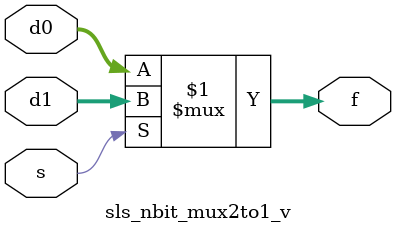
<source format=v>
module sls_nbit_mux2to1_v (d1, d0, s, f);

parameter n = 8;
input [n-1:0] d1, d0;
input s;
output [n-1:0] f;

assign f = s ? d1 : d0;

endmodule
</source>
